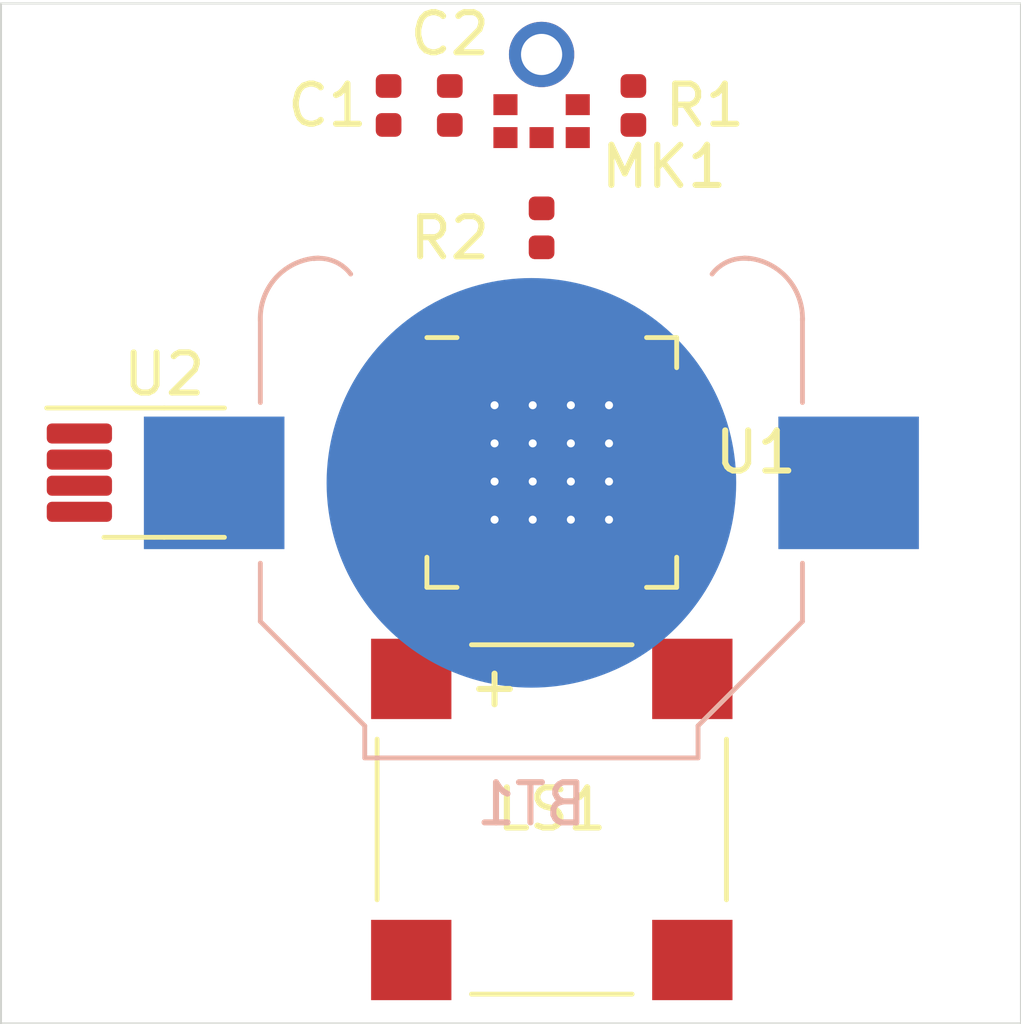
<source format=kicad_pcb>
(kicad_pcb (version 20171130) (host pcbnew "(5.1.5-0-10_14)")

  (general
    (thickness 1.6)
    (drawings 4)
    (tracks 0)
    (zones 0)
    (modules 9)
    (nets 41)
  )

  (page A4)
  (layers
    (0 F.Cu signal)
    (31 B.Cu signal)
    (34 B.Paste user)
    (35 F.Paste user)
    (36 B.SilkS user)
    (37 F.SilkS user)
    (38 B.Mask user)
    (39 F.Mask user)
    (44 Edge.Cuts user)
    (45 Margin user)
    (46 B.CrtYd user)
    (47 F.CrtYd user)
  )

  (setup
    (last_trace_width 0.25)
    (trace_clearance 0.2)
    (zone_clearance 0.508)
    (zone_45_only no)
    (trace_min 0.2)
    (via_size 0.8)
    (via_drill 0.4)
    (via_min_size 0.4)
    (via_min_drill 0.3)
    (uvia_size 0.3)
    (uvia_drill 0.1)
    (uvias_allowed no)
    (uvia_min_size 0.2)
    (uvia_min_drill 0.1)
    (edge_width 0.05)
    (segment_width 0.2)
    (pcb_text_width 0.3)
    (pcb_text_size 1.5 1.5)
    (mod_edge_width 0.12)
    (mod_text_size 1 1)
    (mod_text_width 0.15)
    (pad_size 1.524 1.524)
    (pad_drill 0.762)
    (pad_to_mask_clearance 0.051)
    (solder_mask_min_width 0.25)
    (aux_axis_origin 0 0)
    (visible_elements FFFFFF7F)
    (pcbplotparams
      (layerselection 0x010fc_ffffffff)
      (usegerberextensions false)
      (usegerberattributes false)
      (usegerberadvancedattributes false)
      (creategerberjobfile false)
      (excludeedgelayer true)
      (linewidth 0.100000)
      (plotframeref false)
      (viasonmask false)
      (mode 1)
      (useauxorigin false)
      (hpglpennumber 1)
      (hpglpenspeed 20)
      (hpglpendiameter 15.000000)
      (psnegative false)
      (psa4output false)
      (plotreference true)
      (plotvalue true)
      (plotinvisibletext false)
      (padsonsilk false)
      (subtractmaskfromsilk false)
      (outputformat 1)
      (mirror false)
      (drillshape 1)
      (scaleselection 1)
      (outputdirectory ""))
  )

  (net 0 "")
  (net 1 "Net-(U1-Pad28)")
  (net 2 "Net-(U1-Pad27)")
  (net 3 "Net-(U1-Pad26)")
  (net 4 "Net-(U1-Pad25)")
  (net 5 "Net-(U1-Pad24)")
  (net 6 "Net-(U1-Pad23)")
  (net 7 "Net-(U1-Pad22)")
  (net 8 "Net-(U1-Pad21)")
  (net 9 "Net-(U1-Pad20)")
  (net 10 "Net-(U1-Pad19)")
  (net 11 "Net-(U1-Pad18)")
  (net 12 "Net-(U1-Pad17)")
  (net 13 "Net-(U1-Pad16)")
  (net 14 "Net-(U1-Pad15)")
  (net 15 "Net-(U1-Pad14)")
  (net 16 "Net-(U1-Pad13)")
  (net 17 "Net-(U1-Pad12)")
  (net 18 "Net-(U1-Pad11)")
  (net 19 "Net-(U1-Pad9)")
  (net 20 "Net-(U1-Pad8)")
  (net 21 "Net-(U1-Pad7)")
  (net 22 "Net-(U1-Pad6)")
  (net 23 "Net-(U1-Pad5)")
  (net 24 "Net-(U1-Pad4)")
  (net 25 "Net-(U1-Pad3)")
  (net 26 "Net-(U1-Pad2)")
  (net 27 "Net-(U1-Pad1)")
  (net 28 "Net-(MK1-Pad6)")
  (net 29 "Net-(MK1-Pad1)")
  (net 30 "Net-(MK1-Pad4)")
  (net 31 "Net-(MK1-Pad2)")
  (net 32 GND)
  (net 33 VCC)
  (net 34 "Net-(R2-Pad1)")
  (net 35 "Net-(U2-Pad4)")
  (net 36 "Net-(U2-Pad3)")
  (net 37 "Net-(U2-Pad2)")
  (net 38 "Net-(U2-Pad1)")
  (net 39 "Net-(LS1-Pad1)")
  (net 40 "Net-(LS1-Pad2)")

  (net_class Default "This is the default net class."
    (clearance 0.2)
    (trace_width 0.25)
    (via_dia 0.8)
    (via_drill 0.4)
    (uvia_dia 0.3)
    (uvia_drill 0.1)
    (add_net GND)
    (add_net "Net-(LS1-Pad1)")
    (add_net "Net-(LS1-Pad2)")
    (add_net "Net-(MK1-Pad1)")
    (add_net "Net-(MK1-Pad2)")
    (add_net "Net-(MK1-Pad4)")
    (add_net "Net-(MK1-Pad6)")
    (add_net "Net-(R2-Pad1)")
    (add_net "Net-(U1-Pad1)")
    (add_net "Net-(U1-Pad11)")
    (add_net "Net-(U1-Pad12)")
    (add_net "Net-(U1-Pad13)")
    (add_net "Net-(U1-Pad14)")
    (add_net "Net-(U1-Pad15)")
    (add_net "Net-(U1-Pad16)")
    (add_net "Net-(U1-Pad17)")
    (add_net "Net-(U1-Pad18)")
    (add_net "Net-(U1-Pad19)")
    (add_net "Net-(U1-Pad2)")
    (add_net "Net-(U1-Pad20)")
    (add_net "Net-(U1-Pad21)")
    (add_net "Net-(U1-Pad22)")
    (add_net "Net-(U1-Pad23)")
    (add_net "Net-(U1-Pad24)")
    (add_net "Net-(U1-Pad25)")
    (add_net "Net-(U1-Pad26)")
    (add_net "Net-(U1-Pad27)")
    (add_net "Net-(U1-Pad28)")
    (add_net "Net-(U1-Pad3)")
    (add_net "Net-(U1-Pad4)")
    (add_net "Net-(U1-Pad5)")
    (add_net "Net-(U1-Pad6)")
    (add_net "Net-(U1-Pad7)")
    (add_net "Net-(U1-Pad8)")
    (add_net "Net-(U1-Pad9)")
    (add_net "Net-(U2-Pad1)")
    (add_net "Net-(U2-Pad2)")
    (add_net "Net-(U2-Pad3)")
    (add_net "Net-(U2-Pad4)")
    (add_net VCC)
  )

  (module Battery:BatteryHolder_Keystone_3000_1x12mm (layer B.Cu) (tedit 5D9CBDF8) (tstamp 5DE0CFEE)
    (at 140.208 88.138)
    (descr http://www.keyelco.com/product-pdf.cfm?p=777)
    (tags "Keystone type 3000 coin cell retainer")
    (path /5DE159FC)
    (attr smd)
    (fp_text reference BT1 (at 0 8) (layer B.SilkS)
      (effects (font (size 1 1) (thickness 0.15)) (justify mirror))
    )
    (fp_text value 3V3 (at 0 -7.5) (layer B.Fab)
      (effects (font (size 1 1) (thickness 0.15)) (justify mirror))
    )
    (fp_line (start -5.29 -6.76) (end 5.29 -6.76) (layer B.CrtYd) (width 0.05))
    (fp_line (start -4 6.7) (end 4 6.7) (layer B.Fab) (width 0.1))
    (fp_line (start -4 6.7) (end -4 6) (layer B.Fab) (width 0.1))
    (fp_line (start 4 6.7) (end 4 6) (layer B.Fab) (width 0.1))
    (fp_line (start -4 6) (end -6.6 3.4) (layer B.Fab) (width 0.1))
    (fp_line (start 4 6) (end 6.6 3.4) (layer B.Fab) (width 0.1))
    (fp_line (start -6.6 3.4) (end -6.6 -4.1) (layer B.Fab) (width 0.1))
    (fp_line (start 6.6 3.4) (end 6.6 -4.1) (layer B.Fab) (width 0.1))
    (fp_arc (start -5.25 -4.1) (end -5.3 -5.45) (angle -90) (layer B.Fab) (width 0.1))
    (fp_line (start 10.15 -2.15) (end 7.25 -2.15) (layer B.CrtYd) (width 0.05))
    (fp_line (start 10.15 2.15) (end 10.15 -2.15) (layer B.CrtYd) (width 0.05))
    (fp_line (start 7.25 2.15) (end 10.15 2.15) (layer B.CrtYd) (width 0.05))
    (fp_line (start -10.15 -2.15) (end -7.25 -2.15) (layer B.CrtYd) (width 0.05))
    (fp_line (start -10.15 2.15) (end -10.15 -2.15) (layer B.CrtYd) (width 0.05))
    (fp_line (start -7.25 2.15) (end -10.15 2.15) (layer B.CrtYd) (width 0.05))
    (fp_line (start 6.75 3.45) (end 6.75 2) (layer B.SilkS) (width 0.12))
    (fp_line (start 4.15 6.05) (end 6.75 3.45) (layer B.SilkS) (width 0.12))
    (fp_line (start 4.15 6.85) (end 4.15 6.05) (layer B.SilkS) (width 0.12))
    (fp_line (start -4.15 6.85) (end 4.15 6.85) (layer B.SilkS) (width 0.12))
    (fp_line (start -4.15 6.05) (end -4.15 6.85) (layer B.SilkS) (width 0.12))
    (fp_line (start -6.75 3.45) (end -4.15 6.05) (layer B.SilkS) (width 0.12))
    (fp_line (start -6.75 2) (end -6.75 3.45) (layer B.SilkS) (width 0.12))
    (fp_line (start -7.25 2.15) (end -7.25 3.8) (layer B.CrtYd) (width 0.05))
    (fp_line (start -7.25 3.8) (end -4.65 6.4) (layer B.CrtYd) (width 0.05))
    (fp_line (start -4.65 6.4) (end -4.65 7.35) (layer B.CrtYd) (width 0.05))
    (fp_line (start -4.65 7.35) (end 4.65 7.35) (layer B.CrtYd) (width 0.05))
    (fp_line (start 4.65 6.4) (end 4.65 7.35) (layer B.CrtYd) (width 0.05))
    (fp_line (start 7.25 3.8) (end 4.65 6.4) (layer B.CrtYd) (width 0.05))
    (fp_line (start 7.25 2.15) (end 7.25 3.8) (layer B.CrtYd) (width 0.05))
    (fp_arc (start 5.25 -4.1) (end 5.3 -5.45) (angle 90) (layer B.Fab) (width 0.1))
    (fp_line (start -6.75 -2) (end -6.75 -4.1) (layer B.SilkS) (width 0.12))
    (fp_line (start 6.75 -2) (end 6.75 -4.1) (layer B.SilkS) (width 0.12))
    (fp_line (start 7.25 -2.15) (end 7.25 -4.8) (layer B.CrtYd) (width 0.05))
    (fp_line (start -7.25 -2.15) (end -7.25 -4.8) (layer B.CrtYd) (width 0.05))
    (fp_arc (start -5.25 -4.1) (end -5.3 -5.6) (angle -90) (layer B.SilkS) (width 0.12))
    (fp_arc (start 5.25 -4.1) (end 5.3 -5.6) (angle 90) (layer B.SilkS) (width 0.12))
    (fp_arc (start -5.29 -4.8) (end -5.29 -6.76) (angle -90) (layer B.CrtYd) (width 0.05))
    (fp_arc (start 0 -8.9) (end -4.6 -5.1) (angle -101) (layer B.Fab) (width 0.1))
    (fp_arc (start -5.29 -4.6) (end -4.6 -5.1) (angle -60) (layer B.Fab) (width 0.1))
    (fp_arc (start 5.29 -4.6) (end 4.6 -5.1) (angle 60) (layer B.Fab) (width 0.1))
    (fp_arc (start -5.29 -4.6) (end -4.5 -5.2) (angle -60) (layer B.SilkS) (width 0.12))
    (fp_arc (start 5.29 -4.6) (end 4.5 -5.2) (angle 60) (layer B.SilkS) (width 0.12))
    (fp_circle (center 0 0) (end 0 -6.25) (layer Dwgs.User) (width 0.15))
    (fp_arc (start 5.29 -4.8) (end 5.29 -6.76) (angle 90) (layer B.CrtYd) (width 0.05))
    (fp_text user %R (at 0 0) (layer B.Fab)
      (effects (font (size 1 1) (thickness 0.15)) (justify mirror))
    )
    (pad 2 smd circle (at 0 0) (size 10.2 10.2) (layers B.Cu B.Mask)
      (net 32 GND))
    (pad 1 smd rect (at 7.9 0) (size 3.5 3.3) (layers B.Cu B.Paste B.Mask)
      (net 33 VCC))
    (pad 1 smd rect (at -7.9 0) (size 3.5 3.3) (layers B.Cu B.Paste B.Mask)
      (net 33 VCC))
    (model ${KISYS3DMOD}/Battery.3dshapes/BatteryHolder_Keystone_3000_1x12mm.wrl
      (at (xyz 0 0 0))
      (scale (xyz 1 1 1))
      (rotate (xyz 0 0 0))
    )
  )

  (module Buzzer_Beeper:PUIAudio_SMT_0825_S_4_R (layer F.Cu) (tedit 5BF326A3) (tstamp 5DE0C6AA)
    (at 140.716 96.52)
    (descr "SMD 8540, http://www.puiaudio.com/product-detail.aspx?partnumber=SMT-0825-S-4-R")
    (tags "SMD 8540")
    (path /5DE11D89)
    (attr smd)
    (fp_text reference LS1 (at 0 -0.254) (layer F.SilkS)
      (effects (font (size 1 1) (thickness 0.15)))
    )
    (fp_text value Speaker (at 0.1 6) (layer F.Fab)
      (effects (font (size 1 1) (thickness 0.15)))
    )
    (fp_text user %R (at 0.1 0.1) (layer F.Fab)
      (effects (font (size 1 1) (thickness 0.15)))
    )
    (fp_text user + (at -2.75 -2.75 270) (layer F.Fab)
      (effects (font (size 1 1) (thickness 0.15)))
    )
    (fp_text user + (at -1.5 -3.25 270) (layer F.SilkS)
      (effects (font (size 1 1) (thickness 0.15)))
    )
    (fp_line (start -2.75 -4.25) (end 2.75 -4.25) (layer F.Fab) (width 0.1))
    (fp_line (start 2.75 -4.25) (end 4.25 -2.75) (layer F.Fab) (width 0.1))
    (fp_line (start 4.25 -2.75) (end 4.25 2.75) (layer F.Fab) (width 0.1))
    (fp_line (start 4.25 2.75) (end 2.75 4.25) (layer F.Fab) (width 0.1))
    (fp_line (start 2.75 4.25) (end -2.75 4.25) (layer F.Fab) (width 0.1))
    (fp_line (start -2.75 4.25) (end -4.25 2.75) (layer F.Fab) (width 0.1))
    (fp_line (start -4.25 2.75) (end -4.25 -2.75) (layer F.Fab) (width 0.1))
    (fp_line (start -4.25 -2.75) (end -2.75 -4.25) (layer F.Fab) (width 0.1))
    (fp_line (start 2 -4.35) (end -2 -4.35) (layer F.SilkS) (width 0.12))
    (fp_line (start -4.35 -2) (end -4.35 2) (layer F.SilkS) (width 0.12))
    (fp_line (start -2 4.35) (end 2 4.35) (layer F.SilkS) (width 0.12))
    (fp_line (start 4.35 2) (end 4.35 -2) (layer F.SilkS) (width 0.12))
    (fp_line (start -4.75 -4.75) (end 4.75 -4.75) (layer F.CrtYd) (width 0.05))
    (fp_line (start 4.75 -4.75) (end 4.75 4.75) (layer F.CrtYd) (width 0.05))
    (fp_line (start 4.75 4.75) (end -4.75 4.75) (layer F.CrtYd) (width 0.05))
    (fp_line (start -4.75 4.75) (end -4.75 -4.75) (layer F.CrtYd) (width 0.05))
    (pad 1 smd rect (at -3.5 -3.5 270) (size 2 2) (layers F.Cu F.Paste F.Mask)
      (net 39 "Net-(LS1-Pad1)"))
    (pad 2 smd rect (at -3.5 3.5 270) (size 2 2) (layers F.Cu F.Paste F.Mask)
      (net 40 "Net-(LS1-Pad2)"))
    (pad 3 smd rect (at 3.5 3.5 270) (size 2 2) (layers F.Cu F.Paste F.Mask))
    (pad 4 smd rect (at 3.5 -3.5 270) (size 2 2) (layers F.Cu F.Paste F.Mask))
    (model ${KISYS3DMOD}/Buzzer_Beeper.3dshapes/PUIAudio_SMT_0825_S_4_R.wrl
      (at (xyz 0 0 0))
      (scale (xyz 1 1 1))
      (rotate (xyz 0 0 0))
    )
  )

  (module Package_SO:MSOP-8_3x3mm_P0.65mm (layer F.Cu) (tedit 5D9F72B0) (tstamp 5DE0C2E8)
    (at 131.064 87.884)
    (descr "MSOP, 8 Pin (https://www.jedec.org/system/files/docs/mo-187F.pdf variant AA), generated with kicad-footprint-generator ipc_gullwing_generator.py")
    (tags "MSOP SO")
    (path /5DE0FCAB)
    (attr smd)
    (fp_text reference U2 (at 0 -2.45) (layer F.SilkS)
      (effects (font (size 1 1) (thickness 0.15)))
    )
    (fp_text value PAM8302AAS (at 0 2.45) (layer F.Fab)
      (effects (font (size 1 1) (thickness 0.15)))
    )
    (fp_text user %R (at 0 0) (layer F.Fab)
      (effects (font (size 0.75 0.75) (thickness 0.11)))
    )
    (fp_line (start 3.18 -1.75) (end -3.18 -1.75) (layer F.CrtYd) (width 0.05))
    (fp_line (start 3.18 1.75) (end 3.18 -1.75) (layer F.CrtYd) (width 0.05))
    (fp_line (start -3.18 1.75) (end 3.18 1.75) (layer F.CrtYd) (width 0.05))
    (fp_line (start -3.18 -1.75) (end -3.18 1.75) (layer F.CrtYd) (width 0.05))
    (fp_line (start -1.5 -0.75) (end -0.75 -1.5) (layer F.Fab) (width 0.1))
    (fp_line (start -1.5 1.5) (end -1.5 -0.75) (layer F.Fab) (width 0.1))
    (fp_line (start 1.5 1.5) (end -1.5 1.5) (layer F.Fab) (width 0.1))
    (fp_line (start 1.5 -1.5) (end 1.5 1.5) (layer F.Fab) (width 0.1))
    (fp_line (start -0.75 -1.5) (end 1.5 -1.5) (layer F.Fab) (width 0.1))
    (fp_line (start 0 -1.61) (end -2.925 -1.61) (layer F.SilkS) (width 0.12))
    (fp_line (start 0 -1.61) (end 1.5 -1.61) (layer F.SilkS) (width 0.12))
    (fp_line (start 0 1.61) (end -1.5 1.61) (layer F.SilkS) (width 0.12))
    (fp_line (start 0 1.61) (end 1.5 1.61) (layer F.SilkS) (width 0.12))
    (pad 8 smd roundrect (at 2.1125 -0.975) (size 1.625 0.5) (layers F.Cu F.Paste F.Mask) (roundrect_rratio 0.25)
      (net 40 "Net-(LS1-Pad2)"))
    (pad 7 smd roundrect (at 2.1125 -0.325) (size 1.625 0.5) (layers F.Cu F.Paste F.Mask) (roundrect_rratio 0.25)
      (net 32 GND))
    (pad 6 smd roundrect (at 2.1125 0.325) (size 1.625 0.5) (layers F.Cu F.Paste F.Mask) (roundrect_rratio 0.25)
      (net 33 VCC))
    (pad 5 smd roundrect (at 2.1125 0.975) (size 1.625 0.5) (layers F.Cu F.Paste F.Mask) (roundrect_rratio 0.25)
      (net 39 "Net-(LS1-Pad1)"))
    (pad 4 smd roundrect (at -2.1125 0.975) (size 1.625 0.5) (layers F.Cu F.Paste F.Mask) (roundrect_rratio 0.25)
      (net 35 "Net-(U2-Pad4)"))
    (pad 3 smd roundrect (at -2.1125 0.325) (size 1.625 0.5) (layers F.Cu F.Paste F.Mask) (roundrect_rratio 0.25)
      (net 36 "Net-(U2-Pad3)"))
    (pad 2 smd roundrect (at -2.1125 -0.325) (size 1.625 0.5) (layers F.Cu F.Paste F.Mask) (roundrect_rratio 0.25)
      (net 37 "Net-(U2-Pad2)"))
    (pad 1 smd roundrect (at -2.1125 -0.975) (size 1.625 0.5) (layers F.Cu F.Paste F.Mask) (roundrect_rratio 0.25)
      (net 38 "Net-(U2-Pad1)"))
    (model ${KISYS3DMOD}/Package_SO.3dshapes/MSOP-8_3x3mm_P0.65mm.wrl
      (at (xyz 0 0 0))
      (scale (xyz 1 1 1))
      (rotate (xyz 0 0 0))
    )
  )

  (module Resistor_SMD:R_0402_1005Metric (layer F.Cu) (tedit 5B301BBD) (tstamp 5DE0BD49)
    (at 140.462 81.788 90)
    (descr "Resistor SMD 0402 (1005 Metric), square (rectangular) end terminal, IPC_7351 nominal, (Body size source: http://www.tortai-tech.com/upload/download/2011102023233369053.pdf), generated with kicad-footprint-generator")
    (tags resistor)
    (path /5DE0803A)
    (attr smd)
    (fp_text reference R2 (at -0.254 -2.286 180) (layer F.SilkS)
      (effects (font (size 1 1) (thickness 0.15)))
    )
    (fp_text value 68R (at 0 1.17 90) (layer F.Fab)
      (effects (font (size 1 1) (thickness 0.15)))
    )
    (fp_text user %R (at 0 0 90) (layer F.Fab)
      (effects (font (size 0.25 0.25) (thickness 0.04)))
    )
    (fp_line (start 0.93 0.47) (end -0.93 0.47) (layer F.CrtYd) (width 0.05))
    (fp_line (start 0.93 -0.47) (end 0.93 0.47) (layer F.CrtYd) (width 0.05))
    (fp_line (start -0.93 -0.47) (end 0.93 -0.47) (layer F.CrtYd) (width 0.05))
    (fp_line (start -0.93 0.47) (end -0.93 -0.47) (layer F.CrtYd) (width 0.05))
    (fp_line (start 0.5 0.25) (end -0.5 0.25) (layer F.Fab) (width 0.1))
    (fp_line (start 0.5 -0.25) (end 0.5 0.25) (layer F.Fab) (width 0.1))
    (fp_line (start -0.5 -0.25) (end 0.5 -0.25) (layer F.Fab) (width 0.1))
    (fp_line (start -0.5 0.25) (end -0.5 -0.25) (layer F.Fab) (width 0.1))
    (pad 2 smd roundrect (at 0.485 0 90) (size 0.59 0.64) (layers F.Cu F.Paste F.Mask) (roundrect_rratio 0.25)
      (net 28 "Net-(MK1-Pad6)"))
    (pad 1 smd roundrect (at -0.485 0 90) (size 0.59 0.64) (layers F.Cu F.Paste F.Mask) (roundrect_rratio 0.25)
      (net 34 "Net-(R2-Pad1)"))
    (model ${KISYS3DMOD}/Resistor_SMD.3dshapes/R_0402_1005Metric.wrl
      (at (xyz 0 0 0))
      (scale (xyz 1 1 1))
      (rotate (xyz 0 0 0))
    )
  )

  (module Resistor_SMD:R_0402_1005Metric (layer F.Cu) (tedit 5B301BBD) (tstamp 5DE0B72A)
    (at 142.748 78.74 90)
    (descr "Resistor SMD 0402 (1005 Metric), square (rectangular) end terminal, IPC_7351 nominal, (Body size source: http://www.tortai-tech.com/upload/download/2011102023233369053.pdf), generated with kicad-footprint-generator")
    (tags resistor)
    (path /5DE08E00)
    (attr smd)
    (fp_text reference R1 (at 0 1.778 180) (layer F.SilkS)
      (effects (font (size 1 1) (thickness 0.15)))
    )
    (fp_text value 10K (at 0 1.17 90) (layer F.Fab)
      (effects (font (size 1 1) (thickness 0.15)))
    )
    (fp_text user %R (at 0 0 90) (layer F.Fab)
      (effects (font (size 0.25 0.25) (thickness 0.04)))
    )
    (fp_line (start 0.93 0.47) (end -0.93 0.47) (layer F.CrtYd) (width 0.05))
    (fp_line (start 0.93 -0.47) (end 0.93 0.47) (layer F.CrtYd) (width 0.05))
    (fp_line (start -0.93 -0.47) (end 0.93 -0.47) (layer F.CrtYd) (width 0.05))
    (fp_line (start -0.93 0.47) (end -0.93 -0.47) (layer F.CrtYd) (width 0.05))
    (fp_line (start 0.5 0.25) (end -0.5 0.25) (layer F.Fab) (width 0.1))
    (fp_line (start 0.5 -0.25) (end 0.5 0.25) (layer F.Fab) (width 0.1))
    (fp_line (start -0.5 -0.25) (end 0.5 -0.25) (layer F.Fab) (width 0.1))
    (fp_line (start -0.5 0.25) (end -0.5 -0.25) (layer F.Fab) (width 0.1))
    (pad 2 smd roundrect (at 0.485 0 90) (size 0.59 0.64) (layers F.Cu F.Paste F.Mask) (roundrect_rratio 0.25)
      (net 32 GND))
    (pad 1 smd roundrect (at -0.485 0 90) (size 0.59 0.64) (layers F.Cu F.Paste F.Mask) (roundrect_rratio 0.25)
      (net 31 "Net-(MK1-Pad2)"))
    (model ${KISYS3DMOD}/Resistor_SMD.3dshapes/R_0402_1005Metric.wrl
      (at (xyz 0 0 0))
      (scale (xyz 1 1 1))
      (rotate (xyz 0 0 0))
    )
  )

  (module Capacitor_SMD:C_0402_1005Metric (layer F.Cu) (tedit 5B301BBE) (tstamp 5DE0B6FD)
    (at 138.176 78.74 90)
    (descr "Capacitor SMD 0402 (1005 Metric), square (rectangular) end terminal, IPC_7351 nominal, (Body size source: http://www.tortai-tech.com/upload/download/2011102023233369053.pdf), generated with kicad-footprint-generator")
    (tags capacitor)
    (path /5DE09367)
    (attr smd)
    (fp_text reference C2 (at 1.778 0 180) (layer F.SilkS)
      (effects (font (size 1 1) (thickness 0.15)))
    )
    (fp_text value 220pF (at 0 1.17 90) (layer F.Fab)
      (effects (font (size 1 1) (thickness 0.15)))
    )
    (fp_text user %R (at 0 0 90) (layer F.Fab)
      (effects (font (size 0.25 0.25) (thickness 0.04)))
    )
    (fp_line (start 0.93 0.47) (end -0.93 0.47) (layer F.CrtYd) (width 0.05))
    (fp_line (start 0.93 -0.47) (end 0.93 0.47) (layer F.CrtYd) (width 0.05))
    (fp_line (start -0.93 -0.47) (end 0.93 -0.47) (layer F.CrtYd) (width 0.05))
    (fp_line (start -0.93 0.47) (end -0.93 -0.47) (layer F.CrtYd) (width 0.05))
    (fp_line (start 0.5 0.25) (end -0.5 0.25) (layer F.Fab) (width 0.1))
    (fp_line (start 0.5 -0.25) (end 0.5 0.25) (layer F.Fab) (width 0.1))
    (fp_line (start -0.5 -0.25) (end 0.5 -0.25) (layer F.Fab) (width 0.1))
    (fp_line (start -0.5 0.25) (end -0.5 -0.25) (layer F.Fab) (width 0.1))
    (pad 2 smd roundrect (at 0.485 0 90) (size 0.59 0.64) (layers F.Cu F.Paste F.Mask) (roundrect_rratio 0.25)
      (net 32 GND))
    (pad 1 smd roundrect (at -0.485 0 90) (size 0.59 0.64) (layers F.Cu F.Paste F.Mask) (roundrect_rratio 0.25)
      (net 33 VCC))
    (model ${KISYS3DMOD}/Capacitor_SMD.3dshapes/C_0402_1005Metric.wrl
      (at (xyz 0 0 0))
      (scale (xyz 1 1 1))
      (rotate (xyz 0 0 0))
    )
  )

  (module Capacitor_SMD:C_0402_1005Metric (layer F.Cu) (tedit 5B301BBE) (tstamp 5DE0B6EC)
    (at 136.652 78.74 90)
    (descr "Capacitor SMD 0402 (1005 Metric), square (rectangular) end terminal, IPC_7351 nominal, (Body size source: http://www.tortai-tech.com/upload/download/2011102023233369053.pdf), generated with kicad-footprint-generator")
    (tags capacitor)
    (path /5DE08CAD)
    (attr smd)
    (fp_text reference C1 (at 0 -1.524 180) (layer F.SilkS)
      (effects (font (size 1 1) (thickness 0.15)))
    )
    (fp_text value 1uF (at 0 1.17 90) (layer F.Fab)
      (effects (font (size 1 1) (thickness 0.15)))
    )
    (fp_text user %R (at 0 0 90) (layer F.Fab)
      (effects (font (size 0.25 0.25) (thickness 0.04)))
    )
    (fp_line (start 0.93 0.47) (end -0.93 0.47) (layer F.CrtYd) (width 0.05))
    (fp_line (start 0.93 -0.47) (end 0.93 0.47) (layer F.CrtYd) (width 0.05))
    (fp_line (start -0.93 -0.47) (end 0.93 -0.47) (layer F.CrtYd) (width 0.05))
    (fp_line (start -0.93 0.47) (end -0.93 -0.47) (layer F.CrtYd) (width 0.05))
    (fp_line (start 0.5 0.25) (end -0.5 0.25) (layer F.Fab) (width 0.1))
    (fp_line (start 0.5 -0.25) (end 0.5 0.25) (layer F.Fab) (width 0.1))
    (fp_line (start -0.5 -0.25) (end 0.5 -0.25) (layer F.Fab) (width 0.1))
    (fp_line (start -0.5 0.25) (end -0.5 -0.25) (layer F.Fab) (width 0.1))
    (pad 2 smd roundrect (at 0.485 0 90) (size 0.59 0.64) (layers F.Cu F.Paste F.Mask) (roundrect_rratio 0.25)
      (net 32 GND))
    (pad 1 smd roundrect (at -0.485 0 90) (size 0.59 0.64) (layers F.Cu F.Paste F.Mask) (roundrect_rratio 0.25)
      (net 33 VCC))
    (model ${KISYS3DMOD}/Capacitor_SMD.3dshapes/C_0402_1005Metric.wrl
      (at (xyz 0 0 0))
      (scale (xyz 1 1 1))
      (rotate (xyz 0 0 0))
    )
  )

  (module Sensor_Audio:Knowles_SPH0645LM4H-B (layer F.Cu) (tedit 5DE0613A) (tstamp 5DE0B3BA)
    (at 140.462 77.47 180)
    (path /5DE083DE)
    (fp_text reference MK1 (at -3.048 -2.794) (layer F.SilkS)
      (effects (font (size 1 1) (thickness 0.15)))
    )
    (fp_text value SPH0645LM4H-B (at 0 6.35) (layer F.Fab)
      (effects (font (size 1 1) (thickness 0.15)))
    )
    (fp_line (start -1.325 1.07) (end 0 1.07) (layer F.CrtYd) (width 0.05))
    (fp_line (start -1.325 -2.455) (end -1.325 1.07) (layer F.CrtYd) (width 0.05))
    (fp_line (start 1.325 -2.455) (end -1.325 -2.455) (layer F.CrtYd) (width 0.05))
    (fp_line (start 1.325 1.07) (end 1.325 -2.455) (layer F.CrtYd) (width 0.05))
    (fp_line (start 0 1.07) (end 1.325 1.07) (layer F.CrtYd) (width 0.05))
    (pad 5 smd rect (at 0.9 -2.07 180) (size 0.6 0.522) (layers F.Cu F.Paste F.Mask)
      (net 33 VCC))
    (pad 6 smd rect (at 0 -2.07 180) (size 0.6 0.522) (layers F.Cu F.Paste F.Mask)
      (net 28 "Net-(MK1-Pad6)"))
    (pad 1 smd rect (at -0.9 -2.07 180) (size 0.6 0.522) (layers F.Cu F.Paste F.Mask)
      (net 29 "Net-(MK1-Pad1)"))
    (pad 4 smd rect (at 0.9 -1.25 180) (size 0.6 0.522) (layers F.Cu F.Paste F.Mask)
      (net 30 "Net-(MK1-Pad4)"))
    (pad 2 smd rect (at -0.9 -1.25 180) (size 0.6 0.522) (layers F.Cu F.Paste F.Mask)
      (net 31 "Net-(MK1-Pad2)"))
    (pad 3 thru_hole circle (at 0 0 180) (size 1.625 1.625) (drill 1.025) (layers *.Cu *.Mask)
      (net 32 GND))
  )

  (module Package_DFN_QFN:QFN-28-1EP_6x6mm_P0.65mm_EP4.25x4.25mm_ThermalVias (layer F.Cu) (tedit 5C1FD453) (tstamp 5DE03CE0)
    (at 140.716 87.63)
    (descr "QFN, 28 Pin (http://ww1.microchip.com/downloads/en/PackagingSpec/00000049BQ.pdf#page=289), generated with kicad-footprint-generator ipc_dfn_qfn_generator.py")
    (tags "QFN DFN_QFN")
    (path /5DE082B3)
    (attr smd)
    (fp_text reference U1 (at 5.08 -0.254) (layer F.SilkS)
      (effects (font (size 1 1) (thickness 0.15)))
    )
    (fp_text value PIC32MX170F256B-IML (at 0 4.3) (layer F.Fab)
      (effects (font (size 1 1) (thickness 0.15)))
    )
    (fp_text user %R (at 0 0) (layer F.Fab)
      (effects (font (size 1 1) (thickness 0.15)))
    )
    (fp_line (start 3.6 -3.6) (end -3.6 -3.6) (layer F.CrtYd) (width 0.05))
    (fp_line (start 3.6 3.6) (end 3.6 -3.6) (layer F.CrtYd) (width 0.05))
    (fp_line (start -3.6 3.6) (end 3.6 3.6) (layer F.CrtYd) (width 0.05))
    (fp_line (start -3.6 -3.6) (end -3.6 3.6) (layer F.CrtYd) (width 0.05))
    (fp_line (start -3 -2) (end -2 -3) (layer F.Fab) (width 0.1))
    (fp_line (start -3 3) (end -3 -2) (layer F.Fab) (width 0.1))
    (fp_line (start 3 3) (end -3 3) (layer F.Fab) (width 0.1))
    (fp_line (start 3 -3) (end 3 3) (layer F.Fab) (width 0.1))
    (fp_line (start -2 -3) (end 3 -3) (layer F.Fab) (width 0.1))
    (fp_line (start -2.36 -3.11) (end -3.11 -3.11) (layer F.SilkS) (width 0.12))
    (fp_line (start 3.11 3.11) (end 3.11 2.36) (layer F.SilkS) (width 0.12))
    (fp_line (start 2.36 3.11) (end 3.11 3.11) (layer F.SilkS) (width 0.12))
    (fp_line (start -3.11 3.11) (end -3.11 2.36) (layer F.SilkS) (width 0.12))
    (fp_line (start -2.36 3.11) (end -3.11 3.11) (layer F.SilkS) (width 0.12))
    (fp_line (start 3.11 -3.11) (end 3.11 -2.36) (layer F.SilkS) (width 0.12))
    (fp_line (start 2.36 -3.11) (end 3.11 -3.11) (layer F.SilkS) (width 0.12))
    (pad 28 smd roundrect (at -1.95 -2.8375) (size 0.3 1.025) (layers F.Cu F.Paste F.Mask) (roundrect_rratio 0.25)
      (net 1 "Net-(U1-Pad28)"))
    (pad 27 smd roundrect (at -1.3 -2.8375) (size 0.3 1.025) (layers F.Cu F.Paste F.Mask) (roundrect_rratio 0.25)
      (net 2 "Net-(U1-Pad27)"))
    (pad 26 smd roundrect (at -0.65 -2.8375) (size 0.3 1.025) (layers F.Cu F.Paste F.Mask) (roundrect_rratio 0.25)
      (net 3 "Net-(U1-Pad26)"))
    (pad 25 smd roundrect (at 0 -2.8375) (size 0.3 1.025) (layers F.Cu F.Paste F.Mask) (roundrect_rratio 0.25)
      (net 4 "Net-(U1-Pad25)"))
    (pad 24 smd roundrect (at 0.65 -2.8375) (size 0.3 1.025) (layers F.Cu F.Paste F.Mask) (roundrect_rratio 0.25)
      (net 5 "Net-(U1-Pad24)"))
    (pad 23 smd roundrect (at 1.3 -2.8375) (size 0.3 1.025) (layers F.Cu F.Paste F.Mask) (roundrect_rratio 0.25)
      (net 6 "Net-(U1-Pad23)"))
    (pad 22 smd roundrect (at 1.95 -2.8375) (size 0.3 1.025) (layers F.Cu F.Paste F.Mask) (roundrect_rratio 0.25)
      (net 7 "Net-(U1-Pad22)"))
    (pad 21 smd roundrect (at 2.8375 -1.95) (size 1.025 0.3) (layers F.Cu F.Paste F.Mask) (roundrect_rratio 0.25)
      (net 8 "Net-(U1-Pad21)"))
    (pad 20 smd roundrect (at 2.8375 -1.3) (size 1.025 0.3) (layers F.Cu F.Paste F.Mask) (roundrect_rratio 0.25)
      (net 9 "Net-(U1-Pad20)"))
    (pad 19 smd roundrect (at 2.8375 -0.65) (size 1.025 0.3) (layers F.Cu F.Paste F.Mask) (roundrect_rratio 0.25)
      (net 10 "Net-(U1-Pad19)"))
    (pad 18 smd roundrect (at 2.8375 0) (size 1.025 0.3) (layers F.Cu F.Paste F.Mask) (roundrect_rratio 0.25)
      (net 11 "Net-(U1-Pad18)"))
    (pad 17 smd roundrect (at 2.8375 0.65) (size 1.025 0.3) (layers F.Cu F.Paste F.Mask) (roundrect_rratio 0.25)
      (net 12 "Net-(U1-Pad17)"))
    (pad 16 smd roundrect (at 2.8375 1.3) (size 1.025 0.3) (layers F.Cu F.Paste F.Mask) (roundrect_rratio 0.25)
      (net 13 "Net-(U1-Pad16)"))
    (pad 15 smd roundrect (at 2.8375 1.95) (size 1.025 0.3) (layers F.Cu F.Paste F.Mask) (roundrect_rratio 0.25)
      (net 14 "Net-(U1-Pad15)"))
    (pad 14 smd roundrect (at 1.95 2.8375) (size 0.3 1.025) (layers F.Cu F.Paste F.Mask) (roundrect_rratio 0.25)
      (net 15 "Net-(U1-Pad14)"))
    (pad 13 smd roundrect (at 1.3 2.8375) (size 0.3 1.025) (layers F.Cu F.Paste F.Mask) (roundrect_rratio 0.25)
      (net 16 "Net-(U1-Pad13)"))
    (pad 12 smd roundrect (at 0.65 2.8375) (size 0.3 1.025) (layers F.Cu F.Paste F.Mask) (roundrect_rratio 0.25)
      (net 17 "Net-(U1-Pad12)"))
    (pad 11 smd roundrect (at 0 2.8375) (size 0.3 1.025) (layers F.Cu F.Paste F.Mask) (roundrect_rratio 0.25)
      (net 18 "Net-(U1-Pad11)"))
    (pad 10 smd roundrect (at -0.65 2.8375) (size 0.3 1.025) (layers F.Cu F.Paste F.Mask) (roundrect_rratio 0.25)
      (net 33 VCC))
    (pad 9 smd roundrect (at -1.3 2.8375) (size 0.3 1.025) (layers F.Cu F.Paste F.Mask) (roundrect_rratio 0.25)
      (net 19 "Net-(U1-Pad9)"))
    (pad 8 smd roundrect (at -1.95 2.8375) (size 0.3 1.025) (layers F.Cu F.Paste F.Mask) (roundrect_rratio 0.25)
      (net 20 "Net-(U1-Pad8)"))
    (pad 7 smd roundrect (at -2.8375 1.95) (size 1.025 0.3) (layers F.Cu F.Paste F.Mask) (roundrect_rratio 0.25)
      (net 21 "Net-(U1-Pad7)"))
    (pad 6 smd roundrect (at -2.8375 1.3) (size 1.025 0.3) (layers F.Cu F.Paste F.Mask) (roundrect_rratio 0.25)
      (net 22 "Net-(U1-Pad6)"))
    (pad 5 smd roundrect (at -2.8375 0.65) (size 1.025 0.3) (layers F.Cu F.Paste F.Mask) (roundrect_rratio 0.25)
      (net 23 "Net-(U1-Pad5)"))
    (pad 4 smd roundrect (at -2.8375 0) (size 1.025 0.3) (layers F.Cu F.Paste F.Mask) (roundrect_rratio 0.25)
      (net 24 "Net-(U1-Pad4)"))
    (pad 3 smd roundrect (at -2.8375 -0.65) (size 1.025 0.3) (layers F.Cu F.Paste F.Mask) (roundrect_rratio 0.25)
      (net 25 "Net-(U1-Pad3)"))
    (pad 2 smd roundrect (at -2.8375 -1.3) (size 1.025 0.3) (layers F.Cu F.Paste F.Mask) (roundrect_rratio 0.25)
      (net 26 "Net-(U1-Pad2)"))
    (pad 1 smd roundrect (at -2.8375 -1.95) (size 1.025 0.3) (layers F.Cu F.Paste F.Mask) (roundrect_rratio 0.25)
      (net 27 "Net-(U1-Pad1)"))
    (pad "" smd custom (at 1.775 1.775) (size 0.460271 0.460271) (layers F.Paste)
      (options (clearance outline) (anchor circle))
      (primitives
        (gr_poly (pts
           (xy -0.178092 -0.091864) (xy -0.091864 -0.178092) (xy 0.178092 -0.178092) (xy 0.178092 0.178092) (xy -0.178092 0.178092)
) (width 0.208173))
      ))
    (pad "" smd custom (at 1.775 -1.775) (size 0.460271 0.460271) (layers F.Paste)
      (options (clearance outline) (anchor circle))
      (primitives
        (gr_poly (pts
           (xy -0.178092 -0.178092) (xy 0.178092 -0.178092) (xy 0.178092 0.178092) (xy -0.091864 0.178092) (xy -0.178092 0.091864)
) (width 0.208173))
      ))
    (pad "" smd custom (at -1.775 1.775) (size 0.460271 0.460271) (layers F.Paste)
      (options (clearance outline) (anchor circle))
      (primitives
        (gr_poly (pts
           (xy -0.178092 -0.178092) (xy 0.091864 -0.178092) (xy 0.178092 -0.091864) (xy 0.178092 0.178092) (xy -0.178092 0.178092)
) (width 0.208173))
      ))
    (pad "" smd custom (at -1.775 -1.775) (size 0.460271 0.460271) (layers F.Paste)
      (options (clearance outline) (anchor circle))
      (primitives
        (gr_poly (pts
           (xy -0.178092 -0.178092) (xy 0.178092 -0.178092) (xy 0.178092 0.091864) (xy 0.091864 0.178092) (xy -0.178092 0.178092)
) (width 0.208173))
      ))
    (pad "" smd custom (at 0.95 1.775) (size 0.477399 0.477399) (layers F.Paste)
      (options (clearance outline) (anchor circle))
      (primitives
        (gr_poly (pts
           (xy -0.295998 -0.12318) (xy -0.223959 -0.19522) (xy 0.223959 -0.19522) (xy 0.295998 -0.12318) (xy 0.295998 0.19522)
           (xy -0.295998 0.19522)) (width 0.173919))
      ))
    (pad "" smd custom (at 0 1.775) (size 0.477399 0.477399) (layers F.Paste)
      (options (clearance outline) (anchor circle))
      (primitives
        (gr_poly (pts
           (xy -0.295998 -0.12318) (xy -0.223959 -0.19522) (xy 0.223959 -0.19522) (xy 0.295998 -0.12318) (xy 0.295998 0.19522)
           (xy -0.295998 0.19522)) (width 0.173919))
      ))
    (pad "" smd custom (at -0.95 1.775) (size 0.477399 0.477399) (layers F.Paste)
      (options (clearance outline) (anchor circle))
      (primitives
        (gr_poly (pts
           (xy -0.295998 -0.12318) (xy -0.223959 -0.19522) (xy 0.223959 -0.19522) (xy 0.295998 -0.12318) (xy 0.295998 0.19522)
           (xy -0.295998 0.19522)) (width 0.173919))
      ))
    (pad "" smd custom (at 0.95 -1.775) (size 0.477399 0.477399) (layers F.Paste)
      (options (clearance outline) (anchor circle))
      (primitives
        (gr_poly (pts
           (xy -0.295998 -0.19522) (xy 0.295998 -0.19522) (xy 0.295998 0.12318) (xy 0.223959 0.19522) (xy -0.223959 0.19522)
           (xy -0.295998 0.12318)) (width 0.173919))
      ))
    (pad "" smd custom (at 0 -1.775) (size 0.477399 0.477399) (layers F.Paste)
      (options (clearance outline) (anchor circle))
      (primitives
        (gr_poly (pts
           (xy -0.295998 -0.19522) (xy 0.295998 -0.19522) (xy 0.295998 0.12318) (xy 0.223959 0.19522) (xy -0.223959 0.19522)
           (xy -0.295998 0.12318)) (width 0.173919))
      ))
    (pad "" smd custom (at -0.95 -1.775) (size 0.477399 0.477399) (layers F.Paste)
      (options (clearance outline) (anchor circle))
      (primitives
        (gr_poly (pts
           (xy -0.295998 -0.19522) (xy 0.295998 -0.19522) (xy 0.295998 0.12318) (xy 0.223959 0.19522) (xy -0.223959 0.19522)
           (xy -0.295998 0.12318)) (width 0.173919))
      ))
    (pad "" smd custom (at 1.775 0.95) (size 0.477399 0.477399) (layers F.Paste)
      (options (clearance outline) (anchor circle))
      (primitives
        (gr_poly (pts
           (xy -0.19522 -0.223959) (xy -0.12318 -0.295998) (xy 0.19522 -0.295998) (xy 0.19522 0.295998) (xy -0.12318 0.295998)
           (xy -0.19522 0.223959)) (width 0.173919))
      ))
    (pad "" smd custom (at 1.775 0) (size 0.477399 0.477399) (layers F.Paste)
      (options (clearance outline) (anchor circle))
      (primitives
        (gr_poly (pts
           (xy -0.19522 -0.223959) (xy -0.12318 -0.295998) (xy 0.19522 -0.295998) (xy 0.19522 0.295998) (xy -0.12318 0.295998)
           (xy -0.19522 0.223959)) (width 0.173919))
      ))
    (pad "" smd custom (at 1.775 -0.95) (size 0.477399 0.477399) (layers F.Paste)
      (options (clearance outline) (anchor circle))
      (primitives
        (gr_poly (pts
           (xy -0.19522 -0.223959) (xy -0.12318 -0.295998) (xy 0.19522 -0.295998) (xy 0.19522 0.295998) (xy -0.12318 0.295998)
           (xy -0.19522 0.223959)) (width 0.173919))
      ))
    (pad "" smd custom (at -1.775 0.95) (size 0.477399 0.477399) (layers F.Paste)
      (options (clearance outline) (anchor circle))
      (primitives
        (gr_poly (pts
           (xy -0.19522 -0.295998) (xy 0.12318 -0.295998) (xy 0.19522 -0.223959) (xy 0.19522 0.223959) (xy 0.12318 0.295998)
           (xy -0.19522 0.295998)) (width 0.173919))
      ))
    (pad "" smd custom (at -1.775 0) (size 0.477399 0.477399) (layers F.Paste)
      (options (clearance outline) (anchor circle))
      (primitives
        (gr_poly (pts
           (xy -0.19522 -0.295998) (xy 0.12318 -0.295998) (xy 0.19522 -0.223959) (xy 0.19522 0.223959) (xy 0.12318 0.295998)
           (xy -0.19522 0.295998)) (width 0.173919))
      ))
    (pad "" smd custom (at -1.775 -0.95) (size 0.477399 0.477399) (layers F.Paste)
      (options (clearance outline) (anchor circle))
      (primitives
        (gr_poly (pts
           (xy -0.19522 -0.295998) (xy 0.12318 -0.295998) (xy 0.19522 -0.223959) (xy 0.19522 0.223959) (xy 0.12318 0.295998)
           (xy -0.19522 0.295998)) (width 0.173919))
      ))
    (pad "" smd roundrect (at 0.95 0.95) (size 0.765914 0.765914) (layers F.Paste) (roundrect_rratio 0.25))
    (pad "" smd roundrect (at 0.95 0) (size 0.765914 0.765914) (layers F.Paste) (roundrect_rratio 0.25))
    (pad "" smd roundrect (at 0.95 -0.95) (size 0.765914 0.765914) (layers F.Paste) (roundrect_rratio 0.25))
    (pad "" smd roundrect (at 0 0.95) (size 0.765914 0.765914) (layers F.Paste) (roundrect_rratio 0.25))
    (pad "" smd roundrect (at 0 0) (size 0.765914 0.765914) (layers F.Paste) (roundrect_rratio 0.25))
    (pad "" smd roundrect (at 0 -0.95) (size 0.765914 0.765914) (layers F.Paste) (roundrect_rratio 0.25))
    (pad "" smd roundrect (at -0.95 0.95) (size 0.765914 0.765914) (layers F.Paste) (roundrect_rratio 0.25))
    (pad "" smd roundrect (at -0.95 0) (size 0.765914 0.765914) (layers F.Paste) (roundrect_rratio 0.25))
    (pad "" smd roundrect (at -0.95 -0.95) (size 0.765914 0.765914) (layers F.Paste) (roundrect_rratio 0.25))
    (pad 29 smd roundrect (at 0 0) (size 3.35 3.35) (layers B.Cu) (roundrect_rratio 0.074627))
    (pad 29 thru_hole circle (at 1.425 1.425) (size 0.5 0.5) (drill 0.2) (layers *.Cu))
    (pad 29 thru_hole circle (at 0.475 1.425) (size 0.5 0.5) (drill 0.2) (layers *.Cu))
    (pad 29 thru_hole circle (at -0.475 1.425) (size 0.5 0.5) (drill 0.2) (layers *.Cu))
    (pad 29 thru_hole circle (at -1.425 1.425) (size 0.5 0.5) (drill 0.2) (layers *.Cu))
    (pad 29 thru_hole circle (at 1.425 0.475) (size 0.5 0.5) (drill 0.2) (layers *.Cu))
    (pad 29 thru_hole circle (at 0.475 0.475) (size 0.5 0.5) (drill 0.2) (layers *.Cu))
    (pad 29 thru_hole circle (at -0.475 0.475) (size 0.5 0.5) (drill 0.2) (layers *.Cu))
    (pad 29 thru_hole circle (at -1.425 0.475) (size 0.5 0.5) (drill 0.2) (layers *.Cu))
    (pad 29 thru_hole circle (at 1.425 -0.475) (size 0.5 0.5) (drill 0.2) (layers *.Cu))
    (pad 29 thru_hole circle (at 0.475 -0.475) (size 0.5 0.5) (drill 0.2) (layers *.Cu))
    (pad 29 thru_hole circle (at -0.475 -0.475) (size 0.5 0.5) (drill 0.2) (layers *.Cu))
    (pad 29 thru_hole circle (at -1.425 -0.475) (size 0.5 0.5) (drill 0.2) (layers *.Cu))
    (pad 29 thru_hole circle (at 1.425 -1.425) (size 0.5 0.5) (drill 0.2) (layers *.Cu))
    (pad 29 thru_hole circle (at 0.475 -1.425) (size 0.5 0.5) (drill 0.2) (layers *.Cu))
    (pad 29 thru_hole circle (at -0.475 -1.425) (size 0.5 0.5) (drill 0.2) (layers *.Cu))
    (pad 29 thru_hole circle (at -1.425 -1.425) (size 0.5 0.5) (drill 0.2) (layers *.Cu))
    (pad 29 smd roundrect (at 0 0) (size 4.25 4.25) (layers F.Cu F.Mask) (roundrect_rratio 0.058824))
    (model ${KISYS3DMOD}/Package_DFN_QFN.3dshapes/QFN-28-1EP_6x6mm_P0.65mm_EP4.25x4.25mm.wrl
      (at (xyz 0 0 0))
      (scale (xyz 1 1 1))
      (rotate (xyz 0 0 0))
    )
  )

  (gr_line (start 127 101.6) (end 127 76.2) (layer Edge.Cuts) (width 0.05) (tstamp 5DE03DF3))
  (gr_line (start 152.4 101.6) (end 127 101.6) (layer Edge.Cuts) (width 0.05))
  (gr_line (start 152.4 76.2) (end 152.4 101.6) (layer Edge.Cuts) (width 0.05))
  (gr_line (start 127 76.2) (end 152.4 76.2) (layer Edge.Cuts) (width 0.05))

)

</source>
